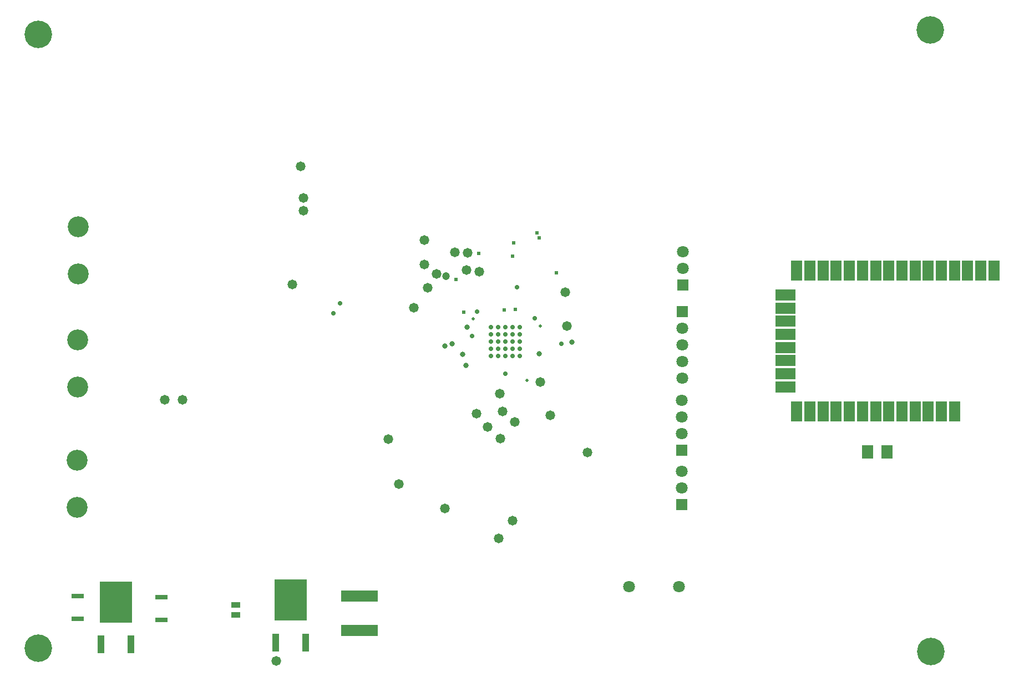
<source format=gbr>
%TF.GenerationSoftware,Altium Limited,Altium Designer,25.8.1 (18)*%
G04 Layer_Color=16711935*
%FSLAX45Y45*%
%MOMM*%
%TF.SameCoordinates,56FEC790-4A4F-4F9A-8951-50DBF4044865*%
%TF.FilePolarity,Negative*%
%TF.FileFunction,Soldermask,Bot*%
%TF.Part,Single*%
G01*
G75*
%TA.AperFunction,SMDPad,CuDef*%
%ADD29R,1.90620X0.75620*%
%ADD55R,1.35000X0.95000*%
%TA.AperFunction,ComponentPad*%
%ADD76C,1.80000*%
%ADD77R,1.80000X1.80000*%
%TA.AperFunction,ViaPad*%
%ADD78C,4.20320*%
%ADD79C,1.47320*%
%ADD80C,0.70320*%
%ADD81C,0.60320*%
%ADD82C,1.20320*%
%ADD83C,0.80320*%
%ADD84C,0.50320*%
%ADD85C,3.20320*%
%TA.AperFunction,ConnectorPad*%
%ADD86R,1.72720X3.04800*%
%TA.AperFunction,SMDPad,CuDef*%
%ADD87R,5.00000X6.30000*%
%ADD88R,1.70320X2.10320*%
%ADD89R,5.60320X1.75320*%
%ADD90R,1.05000X2.70000*%
%TA.AperFunction,ConnectorPad*%
%ADD91R,3.04800X1.72720*%
D29*
X4792537Y3723200D02*
D03*
Y3378200D02*
D03*
X3509837Y3741200D02*
D03*
Y3396200D02*
D03*
D55*
X5922837Y3605600D02*
D03*
Y3455600D02*
D03*
D76*
X12743793Y7322857D02*
D03*
X12730000Y6222000D02*
D03*
Y6476000D02*
D03*
Y5390000D02*
D03*
X11930000Y3882500D02*
D03*
X12752885Y8741546D02*
D03*
X12743793Y7830857D02*
D03*
Y7576857D02*
D03*
X12730000Y6730000D02*
D03*
X12690000Y3882500D02*
D03*
X12752885Y8995546D02*
D03*
X12730000Y5644000D02*
D03*
X12743793Y7068857D02*
D03*
D77*
Y8084857D02*
D03*
X12730000Y5968000D02*
D03*
X12752885Y8487546D02*
D03*
X12730000Y5136000D02*
D03*
D78*
X16532500Y2892500D02*
D03*
X16525000Y12385001D02*
D03*
X2915000Y2945000D02*
D03*
X2910000Y12320001D02*
D03*
D79*
X9272500Y8989614D02*
D03*
X8802500Y8801650D02*
D03*
X8992360Y8662567D02*
D03*
X6920000Y10300000D02*
D03*
X6960000Y9622500D02*
D03*
X6957500Y9822500D02*
D03*
X6792500Y8497500D02*
D03*
X9462500Y8985000D02*
D03*
X10952500Y8380000D02*
D03*
X9772500Y6322500D02*
D03*
X9997500Y6560000D02*
D03*
X9597500Y6527500D02*
D03*
X9955000Y6827500D02*
D03*
X9965000Y6142500D02*
D03*
X10182500Y6395000D02*
D03*
X11292500Y5937500D02*
D03*
X9642500Y8690000D02*
D03*
X9447500Y8720000D02*
D03*
X8852500Y8450100D02*
D03*
X8645000Y8145000D02*
D03*
X10577500Y7007500D02*
D03*
X10982500Y7860000D02*
D03*
X10155000Y4895000D02*
D03*
X8417500Y5452500D02*
D03*
X4842500Y6740000D02*
D03*
X10725000Y6502500D02*
D03*
X9942500Y4625000D02*
D03*
X8802500Y9180000D02*
D03*
X9115000Y5082500D02*
D03*
X5110000Y6737500D02*
D03*
X8255000Y6135000D02*
D03*
X6540000Y2750000D02*
D03*
D80*
X10217500Y8455467D02*
D03*
X10492500Y7980000D02*
D03*
X9607500Y8087500D02*
D03*
X10260000Y7405000D02*
D03*
X10150001D02*
D03*
X10040000D02*
D03*
X9930000D02*
D03*
X9820000D02*
D03*
X10260000Y7515000D02*
D03*
X10150001D02*
D03*
X10040000D02*
D03*
X9930000D02*
D03*
X9820000D02*
D03*
X10260000Y7625000D02*
D03*
X10150001D02*
D03*
X10040000D02*
D03*
X9930000D02*
D03*
X9820000D02*
D03*
X10260000Y7735000D02*
D03*
X10150001D02*
D03*
X10040000D02*
D03*
X9930000D02*
D03*
X9820000D02*
D03*
X10260000Y7845000D02*
D03*
X10150001D02*
D03*
X10040000D02*
D03*
X9930000D02*
D03*
X9820000D02*
D03*
X10042500Y7132700D02*
D03*
X7520000Y8210000D02*
D03*
X10892500Y7595000D02*
D03*
X9532500Y7715000D02*
D03*
X7420000Y8062500D02*
D03*
D81*
X9288800Y8576667D02*
D03*
X9637500Y8972500D02*
D03*
X9405000Y8075000D02*
D03*
X10167500Y9132500D02*
D03*
X10150000Y8932500D02*
D03*
X10555000Y9207500D02*
D03*
X10527500Y9287500D02*
D03*
X10822500Y8680000D02*
D03*
X10189274Y8115726D02*
D03*
X10022300Y8108100D02*
D03*
D82*
X9130781Y8622800D02*
D03*
D83*
X9225567Y7594778D02*
D03*
X11057500Y7614400D02*
D03*
X10554400Y7440000D02*
D03*
X9120600Y7560000D02*
D03*
X9387500Y7430000D02*
D03*
X9457500Y7844400D02*
D03*
X9437500Y7265000D02*
D03*
D84*
X9553100Y7975000D02*
D03*
X10572500Y7862200D02*
D03*
X10370000Y7037500D02*
D03*
D85*
X3505000Y5095011D02*
D03*
X3522500Y9380000D02*
D03*
X3512500Y7655000D02*
D03*
X3505000Y5815000D02*
D03*
X3512500Y6935011D02*
D03*
X3522500Y8660011D02*
D03*
D86*
X16495660Y6558080D02*
D03*
X16295001D02*
D03*
X17097641Y8706920D02*
D03*
X14489061D02*
D03*
X16896980Y6558080D02*
D03*
X14890381D02*
D03*
X14489061D02*
D03*
X16696321D02*
D03*
X17498961Y8706920D02*
D03*
X17298302D02*
D03*
X16896980D02*
D03*
X16696321D02*
D03*
X16495660D02*
D03*
X16295001D02*
D03*
X16094341D02*
D03*
X15893681D02*
D03*
X15693021D02*
D03*
X15492361D02*
D03*
X15291701D02*
D03*
X15091042D02*
D03*
X14890381D02*
D03*
X14689722D02*
D03*
Y6558080D02*
D03*
X15091042D02*
D03*
X15291701D02*
D03*
X15492361D02*
D03*
X15693021D02*
D03*
X15893681D02*
D03*
X16094341D02*
D03*
D87*
X4094037Y3651300D02*
D03*
X6761037Y3683000D02*
D03*
D88*
X15567500Y5942500D02*
D03*
X15867500D02*
D03*
D89*
X7815137Y3742300D02*
D03*
Y3217300D02*
D03*
D90*
X4322037Y3001300D02*
D03*
X3866037D02*
D03*
X6989037Y3033000D02*
D03*
X6533037D02*
D03*
D91*
X14313800Y8338619D02*
D03*
Y8137959D02*
D03*
Y7937299D02*
D03*
Y7736639D02*
D03*
Y7535979D02*
D03*
Y7335319D02*
D03*
Y7134659D02*
D03*
Y6933999D02*
D03*
%TF.MD5,777a9bf4a9b3d7d3442833a476f63dd9*%
M02*

</source>
